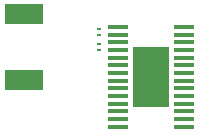
<source format=gbr>
G04 EAGLE Gerber RS-274X export*
G75*
%MOMM*%
%FSLAX34Y34*%
%LPD*%
%INSolderpaste Top*%
%IPPOS*%
%AMOC8*
5,1,8,0,0,1.08239X$1,22.5*%
G01*
%ADD10R,1.665200X0.364800*%
%ADD11R,3.100000X5.180000*%
%ADD12R,3.200000X1.800000*%
%ADD13R,0.350000X0.250000*%

G36*
X217702Y147175D02*
X217702Y147175D01*
X217704Y147174D01*
X217747Y147194D01*
X217791Y147212D01*
X217791Y147214D01*
X217793Y147215D01*
X217826Y147300D01*
X217826Y158250D01*
X217825Y158252D01*
X217826Y158254D01*
X217806Y158297D01*
X217788Y158341D01*
X217786Y158341D01*
X217785Y158343D01*
X217700Y158376D01*
X204200Y158376D01*
X204198Y158375D01*
X204196Y158376D01*
X204153Y158356D01*
X204109Y158338D01*
X204109Y158336D01*
X204107Y158335D01*
X204074Y158250D01*
X204074Y147300D01*
X204075Y147298D01*
X204074Y147296D01*
X204094Y147253D01*
X204112Y147209D01*
X204114Y147209D01*
X204115Y147207D01*
X204200Y147174D01*
X217700Y147174D01*
X217702Y147175D01*
G37*
G36*
X202202Y147175D02*
X202202Y147175D01*
X202204Y147174D01*
X202247Y147194D01*
X202291Y147212D01*
X202291Y147214D01*
X202293Y147215D01*
X202326Y147300D01*
X202326Y158250D01*
X202325Y158252D01*
X202326Y158254D01*
X202306Y158297D01*
X202288Y158341D01*
X202286Y158341D01*
X202285Y158343D01*
X202200Y158376D01*
X188700Y158376D01*
X188698Y158375D01*
X188696Y158376D01*
X188653Y158356D01*
X188609Y158338D01*
X188609Y158336D01*
X188607Y158335D01*
X188574Y158250D01*
X188574Y147300D01*
X188575Y147298D01*
X188574Y147296D01*
X188594Y147253D01*
X188612Y147209D01*
X188614Y147209D01*
X188615Y147207D01*
X188700Y147174D01*
X202200Y147174D01*
X202202Y147175D01*
G37*
G36*
X217702Y134225D02*
X217702Y134225D01*
X217704Y134224D01*
X217747Y134244D01*
X217791Y134262D01*
X217791Y134264D01*
X217793Y134265D01*
X217826Y134350D01*
X217826Y145300D01*
X217825Y145302D01*
X217826Y145304D01*
X217806Y145347D01*
X217788Y145391D01*
X217786Y145391D01*
X217785Y145393D01*
X217700Y145426D01*
X204200Y145426D01*
X204198Y145425D01*
X204196Y145426D01*
X204153Y145406D01*
X204109Y145388D01*
X204109Y145386D01*
X204107Y145385D01*
X204074Y145300D01*
X204074Y134350D01*
X204075Y134348D01*
X204074Y134346D01*
X204094Y134303D01*
X204112Y134259D01*
X204114Y134259D01*
X204115Y134257D01*
X204200Y134224D01*
X217700Y134224D01*
X217702Y134225D01*
G37*
G36*
X202202Y134225D02*
X202202Y134225D01*
X202204Y134224D01*
X202247Y134244D01*
X202291Y134262D01*
X202291Y134264D01*
X202293Y134265D01*
X202326Y134350D01*
X202326Y145300D01*
X202325Y145302D01*
X202326Y145304D01*
X202306Y145347D01*
X202288Y145391D01*
X202286Y145391D01*
X202285Y145393D01*
X202200Y145426D01*
X188700Y145426D01*
X188698Y145425D01*
X188696Y145426D01*
X188653Y145406D01*
X188609Y145388D01*
X188609Y145386D01*
X188607Y145385D01*
X188574Y145300D01*
X188574Y134350D01*
X188575Y134348D01*
X188574Y134346D01*
X188594Y134303D01*
X188612Y134259D01*
X188614Y134259D01*
X188615Y134257D01*
X188700Y134224D01*
X202200Y134224D01*
X202202Y134225D01*
G37*
G36*
X217702Y121275D02*
X217702Y121275D01*
X217704Y121274D01*
X217747Y121294D01*
X217791Y121312D01*
X217791Y121314D01*
X217793Y121315D01*
X217826Y121400D01*
X217826Y132350D01*
X217825Y132352D01*
X217826Y132354D01*
X217806Y132397D01*
X217788Y132441D01*
X217786Y132441D01*
X217785Y132443D01*
X217700Y132476D01*
X204200Y132476D01*
X204198Y132475D01*
X204196Y132476D01*
X204153Y132456D01*
X204109Y132438D01*
X204109Y132436D01*
X204107Y132435D01*
X204074Y132350D01*
X204074Y121400D01*
X204075Y121398D01*
X204074Y121396D01*
X204094Y121353D01*
X204112Y121309D01*
X204114Y121309D01*
X204115Y121307D01*
X204200Y121274D01*
X217700Y121274D01*
X217702Y121275D01*
G37*
G36*
X202202Y121275D02*
X202202Y121275D01*
X202204Y121274D01*
X202247Y121294D01*
X202291Y121312D01*
X202291Y121314D01*
X202293Y121315D01*
X202326Y121400D01*
X202326Y132350D01*
X202325Y132352D01*
X202326Y132354D01*
X202306Y132397D01*
X202288Y132441D01*
X202286Y132441D01*
X202285Y132443D01*
X202200Y132476D01*
X188700Y132476D01*
X188698Y132475D01*
X188696Y132476D01*
X188653Y132456D01*
X188609Y132438D01*
X188609Y132436D01*
X188607Y132435D01*
X188574Y132350D01*
X188574Y121400D01*
X188575Y121398D01*
X188574Y121396D01*
X188594Y121353D01*
X188612Y121309D01*
X188614Y121309D01*
X188615Y121307D01*
X188700Y121274D01*
X202200Y121274D01*
X202202Y121275D01*
G37*
G36*
X217702Y108325D02*
X217702Y108325D01*
X217704Y108324D01*
X217747Y108344D01*
X217791Y108362D01*
X217791Y108364D01*
X217793Y108365D01*
X217826Y108450D01*
X217826Y119400D01*
X217825Y119402D01*
X217826Y119404D01*
X217806Y119447D01*
X217788Y119491D01*
X217786Y119491D01*
X217785Y119493D01*
X217700Y119526D01*
X204200Y119526D01*
X204198Y119525D01*
X204196Y119526D01*
X204153Y119506D01*
X204109Y119488D01*
X204109Y119486D01*
X204107Y119485D01*
X204074Y119400D01*
X204074Y108450D01*
X204075Y108448D01*
X204074Y108446D01*
X204094Y108403D01*
X204112Y108359D01*
X204114Y108359D01*
X204115Y108357D01*
X204200Y108324D01*
X217700Y108324D01*
X217702Y108325D01*
G37*
G36*
X202202Y108325D02*
X202202Y108325D01*
X202204Y108324D01*
X202247Y108344D01*
X202291Y108362D01*
X202291Y108364D01*
X202293Y108365D01*
X202326Y108450D01*
X202326Y119400D01*
X202325Y119402D01*
X202326Y119404D01*
X202306Y119447D01*
X202288Y119491D01*
X202286Y119491D01*
X202285Y119493D01*
X202200Y119526D01*
X188700Y119526D01*
X188698Y119525D01*
X188696Y119526D01*
X188653Y119506D01*
X188609Y119488D01*
X188609Y119486D01*
X188607Y119485D01*
X188574Y119400D01*
X188574Y108450D01*
X188575Y108448D01*
X188574Y108446D01*
X188594Y108403D01*
X188612Y108359D01*
X188614Y108359D01*
X188615Y108357D01*
X188700Y108324D01*
X202200Y108324D01*
X202202Y108325D01*
G37*
D10*
X175006Y175601D03*
X175006Y169101D03*
X175006Y162601D03*
X175006Y156100D03*
X175006Y149600D03*
X175006Y143100D03*
X175006Y136600D03*
X175006Y130100D03*
X175006Y123600D03*
X175006Y117100D03*
X175006Y110600D03*
X175006Y104100D03*
X175006Y97599D03*
X175006Y91099D03*
X231394Y91099D03*
X231394Y97599D03*
X231394Y104100D03*
X231394Y110600D03*
X231394Y117100D03*
X231394Y123600D03*
X231394Y130100D03*
X231394Y136600D03*
X231394Y143100D03*
X231394Y149600D03*
X231394Y156100D03*
X231394Y162601D03*
X231394Y169101D03*
X231394Y175601D03*
D11*
X203200Y133350D03*
D12*
X95250Y186750D03*
X95250Y130750D03*
D13*
X158750Y173950D03*
X158750Y168950D03*
X158750Y161250D03*
X158750Y156250D03*
M02*

</source>
